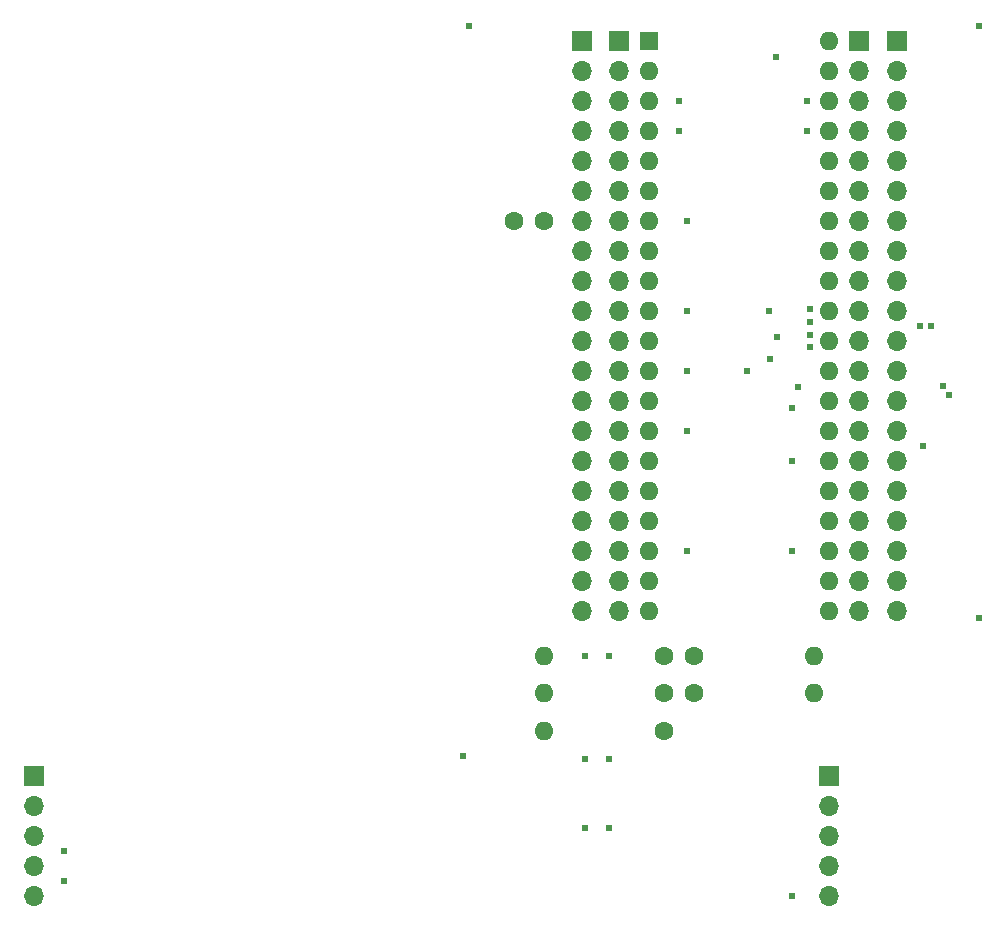
<source format=gts>
G04 #@! TF.GenerationSoftware,KiCad,Pcbnew,(6.0.10-0)*
G04 #@! TF.CreationDate,2023-02-15T13:21:11+09:00*
G04 #@! TF.ProjectId,MEZ6809LED,4d455a36-3830-4394-9c45-442e6b696361,A*
G04 #@! TF.SameCoordinates,PX5ee3fe0PY8f872a0*
G04 #@! TF.FileFunction,Soldermask,Top*
G04 #@! TF.FilePolarity,Negative*
%FSLAX46Y46*%
G04 Gerber Fmt 4.6, Leading zero omitted, Abs format (unit mm)*
G04 Created by KiCad (PCBNEW (6.0.10-0)) date 2023-02-15 13:21:11*
%MOMM*%
%LPD*%
G01*
G04 APERTURE LIST*
%ADD10R,1.700000X1.700000*%
%ADD11O,1.700000X1.700000*%
%ADD12R,1.600000X1.600000*%
%ADD13O,1.600000X1.600000*%
%ADD14C,1.600000*%
%ADD15C,0.605000*%
G04 APERTURE END LIST*
D10*
X48260000Y74930000D03*
D11*
X48260000Y72390000D03*
X48260000Y69850000D03*
X48260000Y67310000D03*
X48260000Y64770000D03*
X48260000Y62230000D03*
X48260000Y59690000D03*
X48260000Y57150000D03*
X48260000Y54610000D03*
X48260000Y52070000D03*
X48260000Y49530000D03*
X48260000Y46990000D03*
X48260000Y44450000D03*
X48260000Y41910000D03*
X48260000Y39370000D03*
X48260000Y36830000D03*
X48260000Y34290000D03*
X48260000Y31750000D03*
X48260000Y29210000D03*
X48260000Y26670000D03*
D12*
X53970000Y74930000D03*
D13*
X53970000Y72390000D03*
X53970000Y69850000D03*
X53970000Y67310000D03*
X53970000Y64770000D03*
X53970000Y62230000D03*
X53970000Y59690000D03*
X53970000Y57150000D03*
X53970000Y54610000D03*
X53970000Y52070000D03*
X53970000Y49530000D03*
X53970000Y46990000D03*
X53970000Y44450000D03*
X53970000Y41910000D03*
X53970000Y39370000D03*
X53970000Y36830000D03*
X53970000Y34290000D03*
X53970000Y31750000D03*
X53970000Y29210000D03*
X53970000Y26670000D03*
X69210000Y26670000D03*
X69210000Y29210000D03*
X69210000Y31750000D03*
X69210000Y34290000D03*
X69210000Y36830000D03*
X69210000Y39370000D03*
X69210000Y41910000D03*
X69210000Y44450000D03*
X69210000Y46990000D03*
X69210000Y49530000D03*
X69210000Y52070000D03*
X69210000Y54610000D03*
X69210000Y57150000D03*
X69210000Y59690000D03*
X69210000Y62230000D03*
X69210000Y64770000D03*
X69210000Y67310000D03*
X69210000Y69850000D03*
X69210000Y72390000D03*
X69210000Y74930000D03*
D14*
X55245000Y19685000D03*
D13*
X45085000Y19685000D03*
D10*
X1905000Y12695000D03*
D11*
X1905000Y10155000D03*
X1905000Y7615000D03*
X1905000Y5075000D03*
X1905000Y2535000D03*
D14*
X55245000Y16510000D03*
D13*
X45085000Y16510000D03*
D14*
X45045000Y59690000D03*
X42545000Y59690000D03*
X57785000Y22860000D03*
D13*
X67945000Y22860000D03*
D10*
X74930000Y74930000D03*
D11*
X74930000Y72390000D03*
X74930000Y69850000D03*
X74930000Y67310000D03*
X74930000Y64770000D03*
X74930000Y62230000D03*
X74930000Y59690000D03*
X74930000Y57150000D03*
X74930000Y54610000D03*
X74930000Y52070000D03*
X74930000Y49530000D03*
X74930000Y46990000D03*
X74930000Y44450000D03*
X74930000Y41910000D03*
X74930000Y39370000D03*
X74930000Y36830000D03*
X74930000Y34290000D03*
X74930000Y31750000D03*
X74930000Y29210000D03*
X74930000Y26670000D03*
D14*
X57785000Y19685000D03*
D13*
X67945000Y19685000D03*
D10*
X69215000Y12695000D03*
D11*
X69215000Y10155000D03*
X69215000Y7615000D03*
X69215000Y5075000D03*
X69215000Y2535000D03*
D14*
X55270000Y22860000D03*
D13*
X45110000Y22860000D03*
D10*
X71755000Y74930000D03*
D11*
X71755000Y72390000D03*
X71755000Y69850000D03*
X71755000Y67310000D03*
X71755000Y64770000D03*
X71755000Y62230000D03*
X71755000Y59690000D03*
X71755000Y57150000D03*
X71755000Y54610000D03*
X71755000Y52070000D03*
X71755000Y49530000D03*
X71755000Y46990000D03*
X71755000Y44450000D03*
X71755000Y41910000D03*
X71755000Y39370000D03*
X71755000Y36830000D03*
X71755000Y34290000D03*
X71755000Y31750000D03*
X71755000Y29210000D03*
X71755000Y26670000D03*
D10*
X51435000Y74930000D03*
D11*
X51435000Y72390000D03*
X51435000Y69850000D03*
X51435000Y67310000D03*
X51435000Y64770000D03*
X51435000Y62230000D03*
X51435000Y59690000D03*
X51435000Y57150000D03*
X51435000Y54610000D03*
X51435000Y52070000D03*
X51435000Y49530000D03*
X51435000Y46990000D03*
X51435000Y44450000D03*
X51435000Y41910000D03*
X51435000Y39370000D03*
X51435000Y36830000D03*
X51435000Y34290000D03*
X51435000Y31750000D03*
X51435000Y29210000D03*
X51435000Y26670000D03*
D15*
X50546000Y22860000D03*
X48514000Y22860000D03*
X56515000Y69850000D03*
X67310000Y69850000D03*
X67310000Y67310000D03*
X56515000Y67310000D03*
X57150000Y59690000D03*
X64135000Y52070000D03*
X57150000Y52070000D03*
X62230000Y46990000D03*
X57150000Y46990000D03*
X66040000Y43815000D03*
X57150000Y41910000D03*
X66040000Y39370000D03*
X66040000Y31750000D03*
X57150000Y31750000D03*
X38227000Y14351000D03*
X48514000Y14097000D03*
X50546000Y14097000D03*
X50546000Y8255000D03*
X48514000Y8255000D03*
X4445000Y6350000D03*
X4445000Y3810000D03*
X66040000Y2540000D03*
X81915000Y26035000D03*
X81915000Y76200000D03*
X38735000Y76200000D03*
X76934500Y50800000D03*
X78867000Y45720000D03*
X77174800Y40640000D03*
X77851000Y50800000D03*
X64257400Y47998500D03*
X67564000Y52219600D03*
X67564000Y51104300D03*
X67564000Y50038000D03*
X67564000Y48976300D03*
X64803141Y49817141D03*
X66605959Y45650959D03*
X79397600Y44958000D03*
X64755000Y73597900D03*
M02*

</source>
